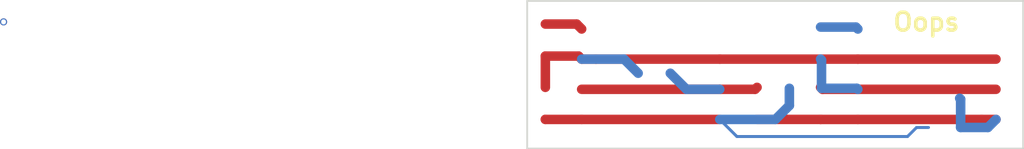
<source format=kicad_pcb>
(kicad_pcb (version 4) (host pcbnew 4.0.7)

  (general
    (links 28)
    (no_connects 0)
    (area 132.004999 87.554999 173.811001 100.151001)
    (thickness 1.6)
    (drawings 7)
    (tracks 44)
    (zones 0)
    (modules 13)
    (nets 7)
  )

  (page A4)
  (layers
    (0 F.Cu signal)
    (31 B.Cu signal)
    (32 B.Adhes user)
    (33 F.Adhes user)
    (34 B.Paste user)
    (35 F.Paste user)
    (36 B.SilkS user)
    (37 F.SilkS user)
    (38 B.Mask user)
    (39 F.Mask user)
    (40 Dwgs.User user)
    (41 Cmts.User user)
    (42 Eco1.User user)
    (43 Eco2.User user)
    (44 Edge.Cuts user)
    (45 Margin user)
    (46 B.CrtYd user)
    (47 F.CrtYd user)
    (48 B.Fab user)
    (49 F.Fab user)
  )

  (setup
    (last_trace_width 0.8)
    (user_trace_width 0.8)
    (trace_clearance 0.2)
    (zone_clearance 0.508)
    (zone_45_only no)
    (trace_min 0.2)
    (segment_width 0.2)
    (edge_width 0.15)
    (via_size 0.6)
    (via_drill 0.4)
    (via_min_size 0.4)
    (via_min_drill 0.3)
    (uvia_size 0.3)
    (uvia_drill 0.1)
    (uvias_allowed no)
    (uvia_min_size 0.2)
    (uvia_min_drill 0.1)
    (pcb_text_width 0.3)
    (pcb_text_size 1.5 1.5)
    (mod_edge_width 0.15)
    (mod_text_size 1 1)
    (mod_text_width 0.15)
    (pad_size 1.524 1.524)
    (pad_drill 0.762)
    (pad_to_mask_clearance 0.2)
    (aux_axis_origin 0 0)
    (visible_elements FFFFFF7F)
    (pcbplotparams
      (layerselection 0x00030_80000001)
      (usegerberextensions false)
      (excludeedgelayer true)
      (linewidth 0.100000)
      (plotframeref false)
      (viasonmask false)
      (mode 1)
      (useauxorigin false)
      (hpglpennumber 1)
      (hpglpenspeed 20)
      (hpglpendiameter 15)
      (hpglpenoverlay 2)
      (psnegative false)
      (psa4output false)
      (plotreference true)
      (plotvalue true)
      (plotinvisibletext false)
      (padsonsilk false)
      (subtractmaskfromsilk false)
      (outputformat 1)
      (mirror false)
      (drillshape 1)
      (scaleselection 1)
      (outputdirectory ""))
  )

  (net 0 "")
  (net 1 GND)
  (net 2 /BUS_B)
  (net 3 /BUS_A)
  (net 4 VCC)
  (net 5 /BUS_D)
  (net 6 /BUS_C)

  (net_class Default "This is the default net class."
    (clearance 0.2)
    (trace_width 0.25)
    (via_dia 0.6)
    (via_drill 0.4)
    (uvia_dia 0.3)
    (uvia_drill 0.1)
    (add_net /BUS_A)
    (add_net /BUS_B)
    (add_net /BUS_C)
    (add_net /BUS_D)
    (add_net GND)
    (add_net VCC)
  )

  (gr_text Oops (at 165.608 89.408) (layer F.SilkS)
    (effects (font (size 1.5 1.5) (thickness 0.3)))
  )
  (gr_line (start 173.736 87.63) (end 132.08 87.63) (layer Edge.Cuts) (width 0.15))
  (gr_line (start 173.736 100.076) (end 173.736 87.63) (layer Edge.Cuts) (width 0.15))
  (gr_line (start 132.08 100.076) (end 173.736 100.076) (layer Edge.Cuts) (width 0.15))
  (gr_line (start 132.08 87.63) (end 132.08 100.076) (layer Edge.Cuts) (width 0.15))

  (via (at 88.1 89.4) (size 0.6) (drill 0.4) (layers F.Cu B.Cu) (net 1))
  (segment (start 156.718 89.836) (end 159.686666 89.836) (width 0.8) (layer B.Cu) (net 1))
  (segment (start 159.686666 89.836) (end 159.850666 90) (width 0.8) (layer B.Cu) (net 1))
  (segment (start 133.604 89.582) (end 136.234 89.582) (width 0.8) (layer F.Cu) (net 1))
  (segment (start 136.234 89.582) (end 136.652 90) (width 0.8) (layer F.Cu) (net 1))
  (segment (start 136.652 92.54) (end 140.212 92.54) (width 0.8) (layer B.Cu) (net 2))
  (segment (start 140.212 92.54) (end 141.398 93.726) (width 0.8) (layer B.Cu) (net 2))
  (segment (start 133.604 92.282) (end 136.394 92.282) (width 0.8) (layer F.Cu) (net 2))
  (segment (start 136.394 92.282) (end 136.652 92.54) (width 0.8) (layer F.Cu) (net 2))
  (segment (start 133.604 94.916) (end 133.604 92.282) (width 0.8) (layer F.Cu) (net 2))
  (segment (start 159.850666 92.54) (end 171.449999 92.54) (width 0.8) (layer F.Cu) (net 2))
  (segment (start 148.251333 92.54) (end 159.850666 92.54) (width 0.8) (layer F.Cu) (net 2))
  (segment (start 136.652 92.54) (end 137.854081 92.54) (width 0.8) (layer F.Cu) (net 2))
  (segment (start 137.854081 92.54) (end 148.251333 92.54) (width 0.8) (layer F.Cu) (net 2))
  (segment (start 148.251333 95.08) (end 151.22 95.08) (width 0.8) (layer F.Cu) (net 3))
  (segment (start 151.22 95.08) (end 151.384 94.916) (width 0.8) (layer F.Cu) (net 3))
  (segment (start 148.251333 95.08) (end 145.452 95.08) (width 0.8) (layer B.Cu) (net 3))
  (segment (start 145.452 95.08) (end 144.098 93.726) (width 0.8) (layer B.Cu) (net 3))
  (segment (start 148.251333 95.08) (end 136.652 95.08) (width 0.8) (layer F.Cu) (net 3))
  (segment (start 154.098 94.996) (end 154.098 96.446) (width 0.8) (layer B.Cu) (net 4))
  (segment (start 154.098 96.446) (end 152.924 97.62) (width 0.8) (layer B.Cu) (net 4))
  (segment (start 152.924 97.62) (end 148.251333 97.62) (width 0.8) (layer B.Cu) (net 4))
  (segment (start 164.02 99.06) (end 149.691333 99.06) (width 0.25) (layer B.Cu) (net 4))
  (segment (start 149.691333 99.06) (end 148.251333 97.62) (width 0.25) (layer B.Cu) (net 4))
  (segment (start 165.782 98.298) (end 164.782 98.298) (width 0.25) (layer B.Cu) (net 4))
  (segment (start 164.782 98.298) (end 164.02 99.06) (width 0.25) (layer B.Cu) (net 4))
  (segment (start 136.652 97.62) (end 133.608 97.62) (width 0.8) (layer F.Cu) (net 4))
  (segment (start 133.608 97.62) (end 133.604 97.616) (width 0.8) (layer F.Cu) (net 4))
  (segment (start 136.652 97.62) (end 148.251333 97.62) (width 0.8) (layer F.Cu) (net 4))
  (segment (start 156.798 94.996) (end 159.766666 94.996) (width 0.8) (layer B.Cu) (net 5))
  (segment (start 159.766666 94.996) (end 159.850666 95.08) (width 0.8) (layer B.Cu) (net 5))
  (segment (start 156.798 94.996) (end 156.798 92.616) (width 0.8) (layer B.Cu) (net 5))
  (segment (start 156.798 92.616) (end 156.718 92.536) (width 0.8) (layer B.Cu) (net 5))
  (segment (start 159.850666 95.08) (end 156.882 95.08) (width 0.8) (layer F.Cu) (net 5))
  (segment (start 156.882 95.08) (end 156.718 94.916) (width 0.8) (layer F.Cu) (net 5))
  (segment (start 171.449999 95.08) (end 159.850666 95.08) (width 0.8) (layer F.Cu) (net 5))
  (segment (start 151.384 97.616) (end 156.718 97.616) (width 0.8) (layer F.Cu) (net 6))
  (segment (start 168.482 98.298) (end 168.482 95.918) (width 0.8) (layer B.Cu) (net 6))
  (segment (start 168.482 95.918) (end 168.402 95.838) (width 0.8) (layer B.Cu) (net 6))
  (segment (start 168.482 98.298) (end 170.771999 98.298) (width 0.8) (layer B.Cu) (net 6))
  (segment (start 170.771999 98.298) (end 171.449999 97.62) (width 0.8) (layer B.Cu) (net 6))
  (segment (start 159.850666 97.62) (end 156.722 97.62) (width 0.8) (layer F.Cu) (net 6))
  (segment (start 156.722 97.62) (end 156.718 97.616) (width 0.8) (layer F.Cu) (net 6))
  (segment (start 171.449999 97.62) (end 170.247918 97.62) (width 0.8) (layer F.Cu) (net 6))
  (segment (start 170.247918 97.62) (end 159.850666 97.62) (width 0.8) (layer F.Cu) (net 6))
)

</source>
